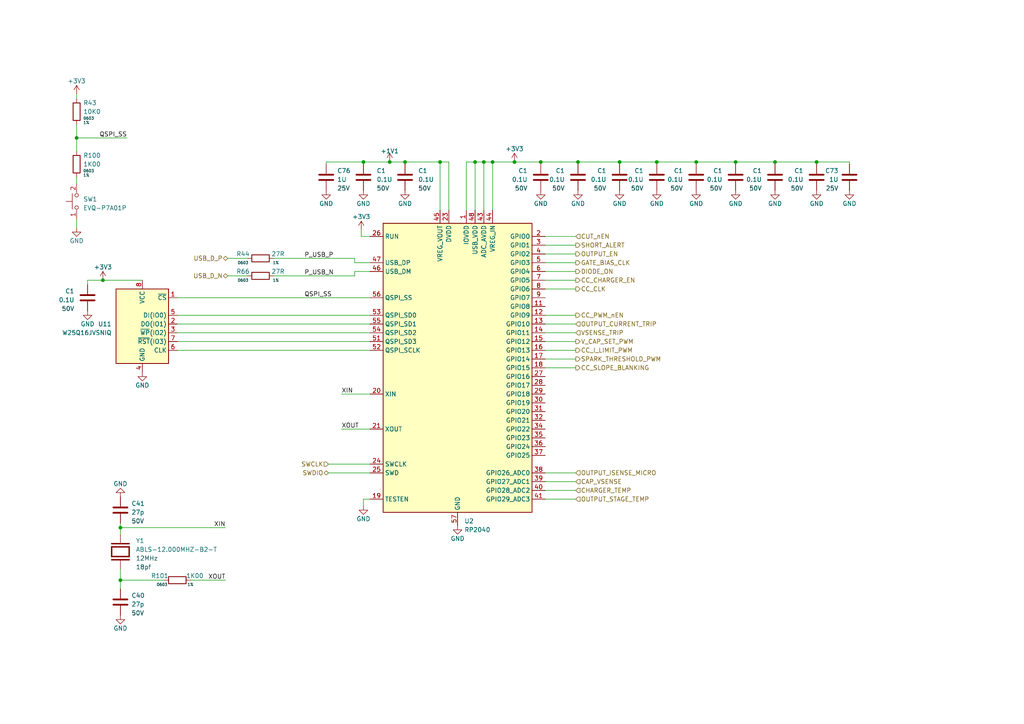
<source format=kicad_sch>
(kicad_sch (version 20230121) (generator eeschema)
  (paper "A4")
  (title_block (title "MICROCONTROLLER") (company "Rack Robotics, Inc.") (comment 1 "Engineering by DragonFly Power Systems") (comment 2 "Design by Rack Robotics, Inc."))
  (lib_symbols
    (symbol "0603_CAP:0.1U_50V"
      (property "Reference" "C" (at 3.175 1.905 0))
      (property "Value" "0.1U" (at 3.175 0 0))
      (property "Volage Rating" "50V" (at 3.175 -1.905 0))
      (symbol "0.1U_50V_0_1"
        (polyline (pts (xy -2.032 -0.762) (xy 2.032 -0.762)) (stroke (width 0.508)))
        (polyline (pts (xy -2.032 0.762) (xy 2.032 0.762)) (stroke (width 0.508)))
      )
      (symbol "0.1U_50V_1_1"
        (pin passive line (at 0 3.81 270) (length 2.794) (name "~") (number "1"))
        (pin passive line (at 0 -3.81 90) (length 2.794) (name "~") (number "2"))
      )
    )
    (symbol "0603_CAP:1U_25V"
      (property "Reference" "C" (at 3.175 1.905 0))
      (property "Value" "1U" (at 3.175 0 0))
      (property "Volage Rating" "25V" (at 3.175 -1.905 0))
      (symbol "1U_25V_0_1"
        (polyline (pts (xy -2.032 -0.762) (xy 2.032 -0.762)) (stroke (width 0.508)))
        (polyline (pts (xy -2.032 0.762) (xy 2.032 0.762)) (stroke (width 0.508)))
      )
      (symbol "1U_25V_1_1"
        (pin passive line (at 0 3.81 270) (length 2.794) (name "~") (number "1"))
        (pin passive line (at 0 -3.81 90) (length 2.794) (name "~") (number "2"))
      )
    )
    (symbol "0603_CAP:27P_50V"
      (property "Reference" "C" (at 3.175 1.905 0))
      (property "Value" "27p" (at 3.175 0 0))
      (property "Volage Rating" "50V" (at 3.175 -1.905 0))
      (symbol "27P_50V_0_1"
        (polyline (pts (xy -2.032 -0.762) (xy 2.032 -0.762)) (stroke (width 0.508)))
        (polyline (pts (xy -2.032 0.762) (xy 2.032 0.762)) (stroke (width 0.508)))
      )
      (symbol "27P_50V_1_1"
        (pin passive line (at 0 3.81 270) (length 2.794) (name "~") (number "1"))
        (pin passive line (at 0 -3.81 90) (length 2.794) (name "~") (number "2"))
      )
    )
    (symbol "0603_RES:10K0"
      (property "Reference" "R" (at 1.27 2.54 0))
      (property "Value" "10K0" (at 1.27 0.635 0))
      (property "Package Size" "0603" (at 1.27 -1.27 0))
      (property "Tolerance" "1%" (at 1.27 -2.54 0))
      (symbol "10K0_0_1"
        (rectangle (start -1.016 2.54) (end 1.016 -2.54) (stroke (width 0.254)))
      )
      (symbol "10K0_1_1"
        (pin passive line (at 0 3.81 270) (length 1.27) (name "~") (number "1"))
        (pin passive line (at 0 -3.81 90) (length 1.27) (name "~") (number "2"))
      )
    )
    (symbol "0603_RES:1K00"
      (property "Reference" "R" (at 1.27 2.54 0))
      (property "Value" "1K00" (at 1.27 0.635 0))
      (property "Package Size" "0603" (at 1.27 -1.27 0))
      (property "Tolerance" "1%" (at 1.27 -2.54 0))
      (symbol "1K00_0_1"
        (rectangle (start -1.016 2.54) (end 1.016 -2.54) (stroke (width 0.254)))
      )
      (symbol "1K00_1_1"
        (pin passive line (at 0 3.81 270) (length 1.27) (name "~") (number "1"))
        (pin passive line (at 0 -3.81 90) (length 1.27) (name "~") (number "2"))
      )
    )
    (symbol "0603_RES:27R"
      (property "Reference" "R" (at 1.27 2.54 0))
      (property "Value" "27R" (at 1.27 0.635 0))
      (property "Package Size" "0603" (at 1.27 -1.27 0))
      (property "Tolerance" "1%" (at 1.27 -2.54 0))
      (symbol "27R_0_1"
        (rectangle (start -1.016 2.54) (end 1.016 -2.54) (stroke (width 0.254)))
      )
      (symbol "27R_1_1"
        (pin passive line (at 0 3.81 270) (length 1.27) (name "~") (number "1"))
        (pin passive line (at 0 -3.81 90) (length 1.27) (name "~") (number "2"))
      )
    )
    (symbol "CRYSTALS:ABLS-12.000MHZ-B2-T" (pin_numbers hide) (pin_names (offset 1.016) hide)
      (property "Reference" "Y" (at -5.08 3.81 0))
      (property "Value" "ABLS-12.000MHZ-B2-T" (at -5.1054 -5.1054 0))
      (property "Frequency" "12MHz" (at 0 0 0))
      (property "Load Capacitance" "18pf" (at 0 0 0))
      (symbol "ABLS-12.000MHZ-B2-T_0_0"
        (polyline (pts (xy -2.3368 2.54) (xy -2.3368 -2.54)) (stroke (width 0.4064)))
        (polyline (pts (xy -1.397 2.54) (xy -1.397 -2.54)) (stroke (width 0.4064)))
        (polyline (pts (xy -1.397 2.54) (xy 1.397 2.54)) (stroke (width 0.4064)))
        (polyline (pts (xy 1.397 -2.54) (xy -1.397 -2.54)) (stroke (width 0.4064)))
        (polyline (pts (xy 1.397 2.54) (xy 1.397 -2.54)) (stroke (width 0.4064)))
        (polyline (pts (xy 2.3368 2.54) (xy 2.3368 -2.54)) (stroke (width 0.4064)))
        (pin passive line (at -5.08 0 0) (length 2.54) (name "~") (number "1"))
        (pin passive line (at 5.08 0 180) (length 2.54) (name "~") (number "2"))
      )
    )
    (symbol "MCU_RaspberryPi:RP2040"
      (property "Reference" "U" (at 17.78 45.72 0))
      (property "Value" "RP2040" (at 17.78 43.18 0))
      (symbol "RP2040_0_1"
        (rectangle (start -21.59 41.91) (end 21.59 -41.91) (stroke (width 0.254)) (fill (type background)))
      )
      (symbol "RP2040_1_1"
        (pin power_in line (at 2.54 45.72 270) (length 3.81) (name "IOVDD") (number "1"))
        (pin passive line (at 2.54 45.72 270) (length 3.81) hide (name "IOVDD") (number "10"))
        (pin bidirectional line (at 25.4 17.78 180) (length 3.81) (name "GPIO8") (number "11"))
        (pin bidirectional line (at 25.4 15.24 180) (length 3.81) (name "GPIO9") (number "12"))
        (pin bidirectional line (at 25.4 12.7 180) (length 3.81) (name "GPIO10") (number "13"))
        (pin bidirectional line (at 25.4 10.16 180) (length 3.81) (name "GPIO11") (number "14"))
        (pin bidirectional line (at 25.4 7.62 180) (length 3.81) (name "GPIO12") (number "15"))
        (pin bidirectional line (at 25.4 5.08 180) (length 3.81) (name "GPIO13") (number "16"))
        (pin bidirectional line (at 25.4 2.54 180) (length 3.81) (name "GPIO14") (number "17"))
        (pin bidirectional line (at 25.4 0 180) (length 3.81) (name "GPIO15") (number "18"))
        (pin input line (at -25.4 -38.1 0) (length 3.81) (name "TESTEN") (number "19"))
        (pin bidirectional line (at 25.4 38.1 180) (length 3.81) (name "GPIO0") (number "2"))
        (pin input line (at -25.4 -7.62 0) (length 3.81) (name "XIN") (number "20"))
        (pin passive line (at -25.4 -17.78 0) (length 3.81) (name "XOUT") (number "21"))
        (pin passive line (at 2.54 45.72 270) (length 3.81) hide (name "IOVDD") (number "22"))
        (pin power_in line (at -2.54 45.72 270) (length 3.81) (name "DVDD") (number "23"))
        (pin input line (at -25.4 -27.94 0) (length 3.81) (name "SWCLK") (number "24"))
        (pin bidirectional line (at -25.4 -30.48 0) (length 3.81) (name "SWD") (number "25"))
        (pin input line (at -25.4 38.1 0) (length 3.81) (name "RUN") (number "26"))
        (pin bidirectional line (at 25.4 -2.54 180) (length 3.81) (name "GPIO16") (number "27"))
        (pin bidirectional line (at 25.4 -5.08 180) (length 3.81) (name "GPIO17") (number "28"))
        (pin bidirectional line (at 25.4 -7.62 180) (length 3.81) (name "GPIO18") (number "29"))
        (pin bidirectional line (at 25.4 35.56 180) (length 3.81) (name "GPIO1") (number "3"))
        (pin bidirectional line (at 25.4 -10.16 180) (length 3.81) (name "GPIO19") (number "30"))
        (pin bidirectional line (at 25.4 -12.7 180) (length 3.81) (name "GPIO20") (number "31"))
        (pin bidirectional line (at 25.4 -15.24 180) (length 3.81) (name "GPIO21") (number "32"))
        (pin passive line (at 2.54 45.72 270) (length 3.81) hide (name "IOVDD") (number "33"))
        (pin bidirectional line (at 25.4 -17.78 180) (length 3.81) (name "GPIO22") (number "34"))
        (pin bidirectional line (at 25.4 -20.32 180) (length 3.81) (name "GPIO23") (number "35"))
        (pin bidirectional line (at 25.4 -22.86 180) (length 3.81) (name "GPIO24") (number "36"))
        (pin bidirectional line (at 25.4 -25.4 180) (length 3.81) (name "GPIO25") (number "37"))
        (pin bidirectional line (at 25.4 -30.48 180) (length 3.81) (name "GPIO26_ADC0") (number "38"))
        (pin bidirectional line (at 25.4 -33.02 180) (length 3.81) (name "GPIO27_ADC1") (number "39"))
        (pin bidirectional line (at 25.4 33.02 180) (length 3.81) (name "GPIO2") (number "4"))
        (pin bidirectional line (at 25.4 -35.56 180) (length 3.81) (name "GPIO28_ADC2") (number "40"))
        (pin bidirectional line (at 25.4 -38.1 180) (length 3.81) (name "GPIO29_ADC3") (number "41"))
        (pin passive line (at 2.54 45.72 270) (length 3.81) hide (name "IOVDD") (number "42"))
        (pin power_in line (at 7.62 45.72 270) (length 3.81) (name "ADC_AVDD") (number "43"))
        (pin power_in line (at 10.16 45.72 270) (length 3.81) (name "VREG_IN") (number "44"))
        (pin power_out line (at -5.08 45.72 270) (length 3.81) (name "VREG_VOUT") (number "45"))
        (pin bidirectional line (at -25.4 27.94 0) (length 3.81) (name "USB_DM") (number "46"))
        (pin bidirectional line (at -25.4 30.48 0) (length 3.81) (name "USB_DP") (number "47"))
        (pin power_in line (at 5.08 45.72 270) (length 3.81) (name "USB_VDD") (number "48"))
        (pin passive line (at 2.54 45.72 270) (length 3.81) hide (name "IOVDD") (number "49"))
        (pin bidirectional line (at 25.4 30.48 180) (length 3.81) (name "GPIO3") (number "5"))
        (pin passive line (at -2.54 45.72 270) (length 3.81) hide (name "DVDD") (number "50"))
        (pin bidirectional line (at -25.4 7.62 0) (length 3.81) (name "QSPI_SD3") (number "51"))
        (pin output line (at -25.4 5.08 0) (length 3.81) (name "QSPI_SCLK") (number "52"))
        (pin bidirectional line (at -25.4 15.24 0) (length 3.81) (name "QSPI_SD0") (number "53"))
        (pin bidirectional line (at -25.4 10.16 0) (length 3.81) (name "QSPI_SD2") (number "54"))
        (pin bidirectional line (at -25.4 12.7 0) (length 3.81) (name "QSPI_SD1") (number "55"))
        (pin bidirectional line (at -25.4 20.32 0) (length 3.81) (name "QSPI_SS") (number "56"))
        (pin power_in line (at 0 -45.72 90) (length 3.81) (name "GND") (number "57"))
        (pin bidirectional line (at 25.4 27.94 180) (length 3.81) (name "GPIO4") (number "6"))
        (pin bidirectional line (at 25.4 25.4 180) (length 3.81) (name "GPIO5") (number "7"))
        (pin bidirectional line (at 25.4 22.86 180) (length 3.81) (name "GPIO6") (number "8"))
        (pin bidirectional line (at 25.4 20.32 180) (length 3.81) (name "GPIO7") (number "9"))
      )
    )
    (symbol "MEMORY:W25Q16JVSNIQ"
      (property "Reference" "U" (at 0.635 1.27 0))
      (property "Value" "W25Q16JVSNIQ" (at 15.875 -22.86 0))
      (symbol "W25Q16JVSNIQ_0_1"
        (rectangle (start 0 0) (end 15.24 -21.59) (stroke (width 0.254)) (fill (type background)))
      )
      (symbol "W25Q16JVSNIQ_1_1"
        (pin input line (at 17.78 -2.54 180) (length 2.54) (name "~{CS}") (number "1"))
        (pin bidirectional line (at 17.78 -10.16 180) (length 2.54) (name "DO(IO1)") (number "2"))
        (pin bidirectional line (at 17.78 -12.7 180) (length 2.54) (name "~{WP}(IO2)") (number "3"))
        (pin power_in line (at 7.62 -24.13 90) (length 2.54) (name "GND") (number "4"))
        (pin bidirectional line (at 17.78 -7.62 180) (length 2.54) (name "DI(IO0)") (number "5"))
        (pin input line (at 17.78 -17.78 180) (length 2.54) (name "CLK") (number "6"))
        (pin bidirectional line (at 17.78 -15.24 180) (length 2.54) (name "~{RST}(IO3)") (number "7"))
        (pin power_in line (at 7.62 2.54 270) (length 2.54) (name "VCC") (number "8"))
      )
    )
    (symbol "SWITCHES:EVQ-P7A01P" (pin_names hide)
      (property "Reference" "SW" (at 0 5.08 0))
      (property "Value" "EVQ-P7A01P" (at 0 -3.175 0))
      (symbol "EVQ-P7A01P_0_1"
        (circle (center -1.778 1.27) (radius 0.508))
        (polyline (pts (xy -2.286 2.54) (xy 2.286 2.54)))
        (polyline (pts (xy 0 2.54) (xy 0 4.318)))
        (circle (center 1.778 1.27) (radius 0.508))
        (pin passive line (at -5.08 1.27 0) (length 2.54) (name "1") (number "1"))
      )
      (symbol "EVQ-P7A01P_1_1"
        (pin passive line (at 5.08 1.27 180) (length 2.54) (name "2") (number "2"))
      )
    )
    (symbol "power:+1V1" (power) (pin_names (offset 0))
      (property "Value" "+1V1" (at 0 3.556 0))
      (symbol "+1V1_0_1"
        (polyline (pts (xy -0.762 1.27) (xy 0 2.54)))
        (polyline (pts (xy 0 0) (xy 0 2.54)))
        (polyline (pts (xy 0 2.54) (xy 0.762 1.27)))
      )
      (symbol "+1V1_1_1"
        (pin power_in line (at 0 0 90) (length 0) hide (name "+1V1") (number "1"))
      )
    )
    (symbol "power:+3V3" (power) (pin_names (offset 0))
      (property "Value" "+3V3" (at 0 3.556 0))
      (symbol "+3V3_0_1"
        (polyline (pts (xy -0.762 1.27) (xy 0 2.54)))
        (polyline (pts (xy 0 0) (xy 0 2.54)))
        (polyline (pts (xy 0 2.54) (xy 0.762 1.27)))
      )
      (symbol "+3V3_1_1"
        (pin power_in line (at 0 0 90) (length 0) hide (name "+3V3") (number "1"))
      )
    )
    (symbol "power:GND" (power) (pin_names (offset 0))
      (property "Value" "GND" (at 0 -3.81 0))
      (symbol "GND_0_1"
        (polyline (pts (xy 0 0) (xy 0 -1.27) (xy 1.27 -1.27) (xy 0 -2.54) (xy -1.27 -1.27) (xy 0 -1.27)))
      )
      (symbol "GND_1_1"
        (pin power_in line (at 0 0 270) (length 0) hide (name "GND") (number "1"))
      )
    )
  )
  (junction (at 34.925 153.035))
  (junction (at 142.875 46.99))
  (junction (at 127.635 46.99))
  (junction (at 167.64 46.99))
  (junction (at 113.03 46.99))
  (junction (at 156.845 46.99))
  (junction (at 236.855 46.99))
  (junction (at 179.705 46.99))
  (junction (at 105.41 46.99))
  (junction (at 137.795 46.99))
  (junction (at 201.93 46.99))
  (junction (at 213.36 46.99))
  (junction (at 29.845 81.28))
  (junction (at 149.225 46.99))
  (junction (at 140.335 46.99))
  (junction (at 117.475 46.99))
  (junction (at 34.925 168.275))
  (junction (at 190.5 46.99))
  (junction (at 22.225 40.005))
  (junction (at 224.79 46.99))
  (wire (pts (xy 158.115 144.78) (xy 167.005 144.78)))
  (wire (pts (xy 201.93 47.625) (xy 201.93 46.99)))
  (wire (pts (xy 236.855 46.99) (xy 236.855 47.625)))
  (wire (pts (xy 55.245 168.275) (xy 65.405 168.275)))
  (wire (pts (xy 167.005 139.7) (xy 158.115 139.7)))
  (wire (pts (xy 102.87 80.01) (xy 102.87 78.74)))
  (wire (pts (xy 22.225 36.195) (xy 22.225 40.005)))
  (wire (pts (xy 130.175 46.99) (xy 127.635 46.99)))
  (wire (pts (xy 135.255 60.96) (xy 135.255 46.99)))
  (wire (pts (xy 105.41 146.685) (xy 105.41 144.78)))
  (wire (pts (xy 156.845 46.99) (xy 167.64 46.99)))
  (wire (pts (xy 167.005 78.74) (xy 158.115 78.74)))
  (wire (pts (xy 158.115 81.28) (xy 167.005 81.28)))
  (wire (pts (xy 179.705 47.625) (xy 179.705 46.99)))
  (wire (pts (xy 99.06 114.3) (xy 107.315 114.3)))
  (wire (pts (xy 213.36 47.625) (xy 213.36 46.99)))
  (wire (pts (xy 142.875 46.99) (xy 149.225 46.99)))
  (wire (pts (xy 158.115 83.82) (xy 167.005 83.82)))
  (wire (pts (xy 66.04 80.01) (xy 71.755 80.01)))
  (wire (pts (xy 137.795 46.99) (xy 137.795 60.96)))
  (wire (pts (xy 158.115 68.58) (xy 167.005 68.58)))
  (wire (pts (xy 99.06 124.46) (xy 107.315 124.46)))
  (wire (pts (xy 102.87 74.93) (xy 102.87 76.2)))
  (wire (pts (xy 94.615 47.625) (xy 94.615 46.99)))
  (wire (pts (xy 51.435 93.98) (xy 107.315 93.98)))
  (wire (pts (xy 224.79 47.625) (xy 224.79 46.99)))
  (wire (pts (xy 51.435 101.6) (xy 107.315 101.6)))
  (wire (pts (xy 140.335 46.99) (xy 142.875 46.99)))
  (wire (pts (xy 34.925 151.765) (xy 34.925 153.035)))
  (wire (pts (xy 167.005 73.66) (xy 158.115 73.66)))
  (wire (pts (xy 79.375 80.01) (xy 102.87 80.01)))
  (wire (pts (xy 105.41 144.78) (xy 107.315 144.78)))
  (wire (pts (xy 102.87 76.2) (xy 107.315 76.2)))
  (wire (pts (xy 158.115 104.14) (xy 167.005 104.14)))
  (wire (pts (xy 149.225 46.99) (xy 156.845 46.99)))
  (wire (pts (xy 167.005 99.06) (xy 158.115 99.06)))
  (wire (pts (xy 29.845 81.28) (xy 41.275 81.28)))
  (wire (pts (xy 25.4 81.28) (xy 29.845 81.28)))
  (wire (pts (xy 246.38 47.625) (xy 246.38 46.99)))
  (wire (pts (xy 158.115 142.24) (xy 167.005 142.24)))
  (wire (pts (xy 158.115 71.12) (xy 167.005 71.12)))
  (wire (pts (xy 236.855 46.99) (xy 246.38 46.99)))
  (wire (pts (xy 167.64 46.99) (xy 179.705 46.99)))
  (wire (pts (xy 104.775 66.675) (xy 104.775 68.58)))
  (wire (pts (xy 34.925 168.275) (xy 34.925 170.815)))
  (wire (pts (xy 135.255 46.99) (xy 137.795 46.99)))
  (wire (pts (xy 105.41 46.99) (xy 105.41 47.625)))
  (wire (pts (xy 127.635 60.96) (xy 127.635 46.99)))
  (wire (pts (xy 201.93 46.99) (xy 213.36 46.99)))
  (wire (pts (xy 105.41 46.99) (xy 94.615 46.99)))
  (wire (pts (xy 190.5 47.625) (xy 190.5 46.99)))
  (wire (pts (xy 66.04 74.93) (xy 71.755 74.93)))
  (wire (pts (xy 51.435 86.36) (xy 107.315 86.36)))
  (wire (pts (xy 79.375 74.93) (xy 102.87 74.93)))
  (wire (pts (xy 102.87 78.74) (xy 107.315 78.74)))
  (wire (pts (xy 34.925 165.1) (xy 34.925 168.275)))
  (wire (pts (xy 167.005 106.68) (xy 158.115 106.68)))
  (wire (pts (xy 158.115 93.98) (xy 167.005 93.98)))
  (wire (pts (xy 34.925 153.035) (xy 65.405 153.035)))
  (wire (pts (xy 34.925 168.275) (xy 47.625 168.275)))
  (wire (pts (xy 104.775 68.58) (xy 107.315 68.58)))
  (wire (pts (xy 156.845 47.625) (xy 156.845 46.99)))
  (wire (pts (xy 51.435 96.52) (xy 107.315 96.52)))
  (wire (pts (xy 167.005 96.52) (xy 158.115 96.52)))
  (wire (pts (xy 34.925 153.035) (xy 34.925 154.94)))
  (wire (pts (xy 127.635 46.99) (xy 117.475 46.99)))
  (wire (pts (xy 22.225 40.005) (xy 36.83 40.005)))
  (wire (pts (xy 158.115 76.2) (xy 167.005 76.2)))
  (wire (pts (xy 22.225 27.305) (xy 22.225 28.575)))
  (wire (pts (xy 113.03 46.99) (xy 105.41 46.99)))
  (wire (pts (xy 179.705 46.99) (xy 190.5 46.99)))
  (wire (pts (xy 22.225 40.005) (xy 22.225 43.815)))
  (wire (pts (xy 158.115 101.6) (xy 167.005 101.6)))
  (wire (pts (xy 107.315 134.62) (xy 95.25 134.62)))
  (wire (pts (xy 213.36 46.99) (xy 224.79 46.99)))
  (wire (pts (xy 158.115 137.16) (xy 167.005 137.16)))
  (wire (pts (xy 107.315 137.16) (xy 95.25 137.16)))
  (wire (pts (xy 22.225 66.04) (xy 22.225 63.5)))
  (wire (pts (xy 51.435 91.44) (xy 107.315 91.44)))
  (wire (pts (xy 22.225 51.435) (xy 22.225 53.34)))
  (wire (pts (xy 51.435 99.06) (xy 107.315 99.06)))
  (wire (pts (xy 142.875 46.99) (xy 142.875 60.96)))
  (wire (pts (xy 140.335 46.99) (xy 140.335 60.96)))
  (wire (pts (xy 130.175 60.96) (xy 130.175 46.99)))
  (wire (pts (xy 224.79 46.99) (xy 236.855 46.99)))
  (wire (pts (xy 167.64 47.625) (xy 167.64 46.99)))
  (wire (pts (xy 25.4 81.28) (xy 25.4 82.55)))
  (wire (pts (xy 158.115 91.44) (xy 167.005 91.44)))
  (wire (pts (xy 190.5 46.99) (xy 201.93 46.99)))
  (wire (pts (xy 117.475 47.625) (xy 117.475 46.99)))
  (wire (pts (xy 137.795 46.99) (xy 140.335 46.99)))
  (wire (pts (xy 117.475 46.99) (xy 113.03 46.99)))
  (label "XOUT" (at 99.06 124.46 0))
  (label "P_USB_P" (at 88.265 74.93 0))
  (label "QSPI_SS" (at 88.265 86.36 0))
  (label "XIN" (at 65.405 153.035 180))
  (label "XIN" (at 99.06 114.3 0))
  (label "P_USB_N" (at 88.265 80.01 0))
  (label "QSPI_SS" (at 36.83 40.005 180))
  (label "XOUT" (at 65.405 168.275 180))
  (hierarchical_label "V_CAP_SET_PWM" (shape output) (at 167.005 99.06 0))
  (hierarchical_label "SWCLK" (shape input) (at 95.25 134.62 180))
  (hierarchical_label "OUTPUT_EN" (shape output) (at 167.005 73.66 0))
  (hierarchical_label "USB_D_N" (shape bidirectional) (at 66.04 80.01 180))
  (hierarchical_label "DIODE_ON" (shape output) (at 167.005 78.74 0))
  (hierarchical_label "CUT_nEN" (shape input) (at 167.005 68.58 0))
  (hierarchical_label "OUTPUT_ISENSE_MICRO" (shape input) (at 167.005 137.16 0))
  (hierarchical_label "SPARK_THRESHOLD_PWM" (shape output) (at 167.005 104.14 0))
  (hierarchical_label "CC_SLOPE_BLANKING" (shape output) (at 167.005 106.68 0))
  (hierarchical_label "CC_CHARGER_EN" (shape output) (at 167.005 81.28 0))
  (hierarchical_label "CC_PWM_nEN" (shape output) (at 167.005 91.44 0))
  (hierarchical_label "GATE_BIAS_CLK" (shape output) (at 167.005 76.2 0))
  (hierarchical_label "OUTPUT_CURRENT_TRIP" (shape input) (at 167.005 93.98 0))
  (hierarchical_label "CAP_VSENSE" (shape input) (at 167.005 139.7 0))
  (hierarchical_label "CC_I_LIMIT_PWM" (shape output) (at 167.005 101.6 0))
  (hierarchical_label "SWDIO" (shape bidirectional) (at 95.25 137.16 180))
  (hierarchical_label "VSENSE_TRIP" (shape input) (at 167.005 96.52 0))
  (hierarchical_label "SHORT_ALERT" (shape output) (at 167.005 71.12 0))
  (hierarchical_label "OUTPUT_STAGE_TEMP" (shape input) (at 167.005 144.78 0))
  (hierarchical_label "CHARGER_TEMP" (shape input) (at 167.005 142.24 0))
  (hierarchical_label "CC_CLK" (shape output) (at 167.005 83.82 0))
  (hierarchical_label "USB_D_P" (shape bidirectional) (at 66.04 74.93 180))
  (symbol (lib_id "SWITCHES:EVQ-P7A01P") (at 23.495 58.42 90) (unit 1)
    (property "Reference" "SW1" (at 24.13 57.785 90) (effects (justify right)))
    (property "Value" "EVQ-P7A01P" (at 24.13 60.325 90) (effects (justify right)))
    (property "Footprint" "SWITCHES:SW_SPST_EVQP7A" (effects hide))
    (property "Datasheet" "https://api.pim.na.industrial.panasonic.com/file_stream/main/fileversion/245500" (effects hide))
    (property "Part Number" "EVQ-P7A01P" (effects hide))
    (property "Manufacturer" "Panasonic" (effects hide))
  )
  (symbol (lib_id "0603_CAP:0.1U_50V") (at 156.845 51.435 0) (mirror y) (unit 1)
    (property "Reference" "C1" (at 153.035 49.53 0) (effects (justify left)))
    (property "Value" "0.1U" (at 153.035 52.07 0) (effects (justify left)))
    (property "Footprint" "Capacitor_SMD:C_0603_1608Metric" (effects hide))
    (property "Datasheet" "https://media.digikey.com/pdf/Data%20Sheets/Samsung%20PDFs/CL10B104KB8NNWC_Spec.pdf" (effects hide))
    (property "Volage Rating" "50V" (at 153.035 54.61 0) (effects (justify left)))
    (property "Part Number" "CL10B104KB8NNWC" (effects hide))
    (property "Manufacturer" "Samsung" (effects hide))
    (instances (project "POWERCORE-V2.0_MOTHERBOARD" (path "" (reference "C1") (unit 1)) (path "" (reference "C66") (unit 1))))
  )
  (symbol (lib_id "power:GND") (at 156.845 55.245 0) (mirror y) (unit 1)
    (property "Reference" "#PWR02" (effects hide))
    (property "Value" "GND" (at 156.845 59.055 0))
    (instances (project "POWERCORE-V2.0_MOTHERBOARD" (path "" (reference "#PWR02") (unit 1)) (path "" (reference "#PWR052") (unit 1))))
  )
  (symbol (lib_id "power:+3V3") (at 29.845 81.28 0) (mirror y) (unit 1)
    (property "Reference" "#PWR01" (effects hide))
    (property "Value" "+3V3" (at 29.845 77.47 0))
    (instances (project "POWERCORE-V2.0_MOTHERBOARD" (path "" (reference "#PWR01") (unit 1)) (path "" (reference "#PWR021") (unit 1))))
  )
  (symbol (lib_id "power:GND") (at 34.925 144.145 180) (unit 1)
    (property "Reference" "#PWR01" (effects hide))
    (property "Value" "GND" (at 34.925 140.335 0))
    (instances (project "POWERCORE-V2.0_MOTHERBOARD" (path "" (reference "#PWR01") (unit 1)) (path "" (reference "#PWR031") (unit 1)) (path "" (reference "#PWR051") (unit 1)) (path "" (reference "#PWR0111") (unit 1))))
  )
  (symbol (lib_id "0603_CAP:0.1U_50V") (at 213.36 51.435 0) (mirror y) (unit 1)
    (property "Reference" "C1" (at 209.55 49.53 0) (effects (justify left)))
    (property "Value" "0.1U" (at 209.55 52.07 0) (effects (justify left)))
    (property "Footprint" "Capacitor_SMD:C_0603_1608Metric" (effects hide))
    (property "Datasheet" "https://media.digikey.com/pdf/Data%20Sheets/Samsung%20PDFs/CL10B104KB8NNWC_Spec.pdf" (effects hide))
    (property "Volage Rating" "50V" (at 209.55 54.61 0) (effects (justify left)))
    (property "Part Number" "CL10B104KB8NNWC" (effects hide))
    (property "Manufacturer" "Samsung" (effects hide))
    (instances (project "POWERCORE-V2.0_MOTHERBOARD" (path "" (reference "C1") (unit 1)) (path "" (reference "C71") (unit 1))))
  )
  (symbol (lib_id "power:GND") (at 224.79 55.245 0) (mirror y) (unit 1)
    (property "Reference" "#PWR02" (effects hide))
    (property "Value" "GND" (at 224.79 59.055 0))
    (instances (project "POWERCORE-V2.0_MOTHERBOARD" (path "" (reference "#PWR02") (unit 1)) (path "" (reference "#PWR0124") (unit 1))))
  )
  (symbol (lib_id "0603_RES:27R") (at 75.565 80.01 90) (unit 1)
    (property "Reference" "R66" (at 70.485 78.74 90))
    (property "Value" "27R" (at 80.645 78.74 90))
    (property "Footprint" "Resistor_SMD:R_0603_1608Metric" (effects hide))
    (property "Datasheet" "https://www.seielect.com/Catalog/SEI-RMCF_RMCP.pdf" (effects hide))
    (property "Package Size" "0603" (at 70.485 81.28 90) (effects (font (size 0.8 0.8))))
    (property "Tolerance" "1%" (at 80.01 81.28 90) (effects (font (size 0.8 0.8))))
    (property "Part Number" "RMCF0603FT27R0" (effects hide))
    (property "Manufacturer" "Stackpole" (effects hide))
  )
  (symbol (lib_id "power:GND") (at 246.38 55.245 0) (mirror y) (unit 1)
    (property "Reference" "#PWR02" (effects hide))
    (property "Value" "GND" (at 246.38 59.055 0))
    (instances (project "POWERCORE-V2.0_MOTHERBOARD" (path "" (reference "#PWR02") (unit 1)) (path "" (reference "#PWR0102") (unit 1))))
  )
  (symbol (lib_id "power:+3V3") (at 149.225 46.99 0) (unit 1)
    (property "Reference" "#PWR0107" (effects hide))
    (property "Value" "+3V3" (at 149.225 43.18 0))
  )
  (symbol (lib_id "power:GND") (at 201.93 55.245 0) (mirror y) (unit 1)
    (property "Reference" "#PWR02" (effects hide))
    (property "Value" "GND" (at 201.93 59.055 0))
    (instances (project "POWERCORE-V2.0_MOTHERBOARD" (path "" (reference "#PWR02") (unit 1)) (path "" (reference "#PWR099") (unit 1))))
  )
  (symbol (lib_id "power:GND") (at 34.925 178.435 0) (unit 1)
    (property "Reference" "#PWR01" (effects hide))
    (property "Value" "GND" (at 34.925 182.245 0))
    (instances (project "POWERCORE-V2.0_MOTHERBOARD" (path "" (reference "#PWR01") (unit 1)) (path "" (reference "#PWR031") (unit 1)) (path "" (reference "#PWR051") (unit 1)) (path "" (reference "#PWR0110") (unit 1))))
  )
  (symbol (lib_id "0603_CAP:0.1U_50V") (at 25.4 86.36 0) (mirror y) (unit 1)
    (property "Reference" "C1" (at 21.59 84.455 0) (effects (justify left)))
    (property "Value" "0.1U" (at 21.59 86.995 0) (effects (justify left)))
    (property "Footprint" "Capacitor_SMD:C_0603_1608Metric" (effects hide))
    (property "Datasheet" "https://media.digikey.com/pdf/Data%20Sheets/Samsung%20PDFs/CL10B104KB8NNWC_Spec.pdf" (effects hide))
    (property "Volage Rating" "50V" (at 21.59 89.535 0) (effects (justify left)))
    (property "Part Number" "CL10B104KB8NNWC" (effects hide))
    (property "Manufacturer" "Samsung" (effects hide))
    (instances (project "POWERCORE-V2.0_MOTHERBOARD" (path "" (reference "C1") (unit 1)) (path "" (reference "C7") (unit 1))))
  )
  (symbol (lib_id "power:+3V3") (at 22.225 27.305 0) (mirror y) (unit 1)
    (property "Reference" "#PWR01" (effects hide))
    (property "Value" "+3V3" (at 22.225 23.495 0))
    (instances (project "POWERCORE-V2.0_MOTHERBOARD" (path "" (reference "#PWR01") (unit 1)) (path "" (reference "#PWR053") (unit 1))))
  )
  (symbol (lib_id "power:GND") (at 117.475 55.245 0) (unit 1)
    (property "Reference" "#PWR02" (effects hide))
    (property "Value" "GND" (at 117.475 59.055 0))
    (instances (project "POWERCORE-V2.0_MOTHERBOARD" (path "" (reference "#PWR02") (unit 1)) (path "" (reference "#PWR0103") (unit 1))))
  )
  (symbol (lib_id "0603_CAP:0.1U_50V") (at 224.79 51.435 0) (mirror y) (unit 1)
    (property "Reference" "C1" (at 220.98 49.53 0) (effects (justify left)))
    (property "Value" "0.1U" (at 220.98 52.07 0) (effects (justify left)))
    (property "Footprint" "Capacitor_SMD:C_0603_1608Metric" (effects hide))
    (property "Datasheet" "https://media.digikey.com/pdf/Data%20Sheets/Samsung%20PDFs/CL10B104KB8NNWC_Spec.pdf" (effects hide))
    (property "Volage Rating" "50V" (at 220.98 54.61 0) (effects (justify left)))
    (property "Part Number" "CL10B104KB8NNWC" (effects hide))
    (property "Manufacturer" "Samsung" (effects hide))
    (instances (project "POWERCORE-V2.0_MOTHERBOARD" (path "" (reference "C1") (unit 1)) (path "" (reference "C77") (unit 1))))
  )
  (symbol (lib_id "power:GND") (at 94.615 55.245 0) (unit 1)
    (property "Reference" "#PWR02" (effects hide))
    (property "Value" "GND" (at 94.615 59.055 0))
    (instances (project "POWERCORE-V2.0_MOTHERBOARD" (path "" (reference "#PWR02") (unit 1)) (path "" (reference "#PWR0106") (unit 1))))
  )
  (symbol (lib_id "0603_CAP:0.1U_50V") (at 201.93 51.435 0) (mirror y) (unit 1)
    (property "Reference" "C1" (at 198.12 49.53 0) (effects (justify left)))
    (property "Value" "0.1U" (at 198.12 52.07 0) (effects (justify left)))
    (property "Footprint" "Capacitor_SMD:C_0603_1608Metric" (effects hide))
    (property "Datasheet" "https://media.digikey.com/pdf/Data%20Sheets/Samsung%20PDFs/CL10B104KB8NNWC_Spec.pdf" (effects hide))
    (property "Volage Rating" "50V" (at 198.12 54.61 0) (effects (justify left)))
    (property "Part Number" "CL10B104KB8NNWC" (effects hide))
    (property "Manufacturer" "Samsung" (effects hide))
    (instances (project "POWERCORE-V2.0_MOTHERBOARD" (path "" (reference "C1") (unit 1)) (path "" (reference "C70") (unit 1))))
  )
  (symbol (lib_id "0603_RES:1K00") (at 51.435 168.275 90) (unit 1)
    (property "Reference" "R101" (at 46.355 167.005 90))
    (property "Value" "1K00" (at 56.515 167.005 90))
    (property "Footprint" "Resistor_SMD:R_0603_1608Metric" (effects hide))
    (property "Datasheet" "https://www.seielect.com/Catalog/SEI-RMCF_RMCP.pdf" (effects hide))
    (property "Package Size" "0603" (at 46.99 169.545 90) (effects (font (size 0.8 0.8))))
    (property "Tolerance" "1%" (at 55.245 169.545 90) (effects (font (size 0.8 0.8))))
    (property "Part Number" "RMCF0603FT1K00" (effects hide))
    (property "Manufacturer" "Stackpole" (effects hide))
  )
  (symbol (lib_id "power:GND") (at 41.275 107.95 0) (mirror y) (unit 1)
    (property "Reference" "#PWR01" (effects hide))
    (property "Value" "GND" (at 41.275 111.76 0))
    (instances (project "POWERCORE-V2.0_MOTHERBOARD" (path "" (reference "#PWR01") (unit 1)) (path "" (reference "#PWR031") (unit 1)) (path "" (reference "#PWR051") (unit 1)) (path "" (reference "#PWR018") (unit 1))))
  )
  (symbol (lib_id "0603_CAP:0.1U_50V") (at 236.855 51.435 0) (mirror y) (unit 1)
    (property "Reference" "C1" (at 233.045 49.53 0) (effects (justify left)))
    (property "Value" "0.1U" (at 233.045 52.07 0) (effects (justify left)))
    (property "Footprint" "Capacitor_SMD:C_0603_1608Metric" (effects hide))
    (property "Datasheet" "https://media.digikey.com/pdf/Data%20Sheets/Samsung%20PDFs/CL10B104KB8NNWC_Spec.pdf" (effects hide))
    (property "Volage Rating" "50V" (at 233.045 54.61 0) (effects (justify left)))
    (property "Part Number" "CL10B104KB8NNWC" (effects hide))
    (property "Manufacturer" "Samsung" (effects hide))
    (instances (project "POWERCORE-V2.0_MOTHERBOARD" (path "" (reference "C1") (unit 1)) (path "" (reference "C78") (unit 1))))
  )
  (symbol (lib_id "MCU_RaspberryPi:RP2040") (at 132.715 106.68 0) (unit 1)
    (property "Reference" "U2" (at 134.6709 151.13 0) (effects (justify left)))
    (property "Value" "RP2040" (at 134.6709 153.67 0) (effects (justify left)))
    (property "Footprint" "Package_DFN_QFN:QFN-56-1EP_7x7mm_P0.4mm_EP3.2x3.2mm" (effects hide))
    (property "Datasheet" "https://datasheets.raspberrypi.com/rp2040/rp2040-datasheet.pdf" (effects hide))
  )
  (symbol (lib_id "power:+1V1") (at 113.03 46.99 0) (unit 1)
    (property "Reference" "#PWR0109" (effects hide))
    (property "Value" "+1V1" (at 113.03 43.815 0))
  )
  (symbol (lib_id "MEMORY:W25Q16JVSNIQ") (at 33.655 83.82 0) (unit 1)
    (property "Reference" "U11" (at 32.385 93.98 0) (effects (justify right)))
    (property "Value" "W25Q16JVSNIQ" (at 32.385 96.52 0) (effects (justify right)))
    (property "Footprint" "Package_SO:SOIC-8_3.9x4.9mm_P1.27mm" (effects hide))
    (property "Datasheet" "https://www.winbond.com/resource-files/w25q16jv%20spi%20revg%2003222018%20plus.pdf" (effects hide))
    (property "Manufacturer" "Winbond Electronics" (effects hide))
    (property "Part Number" "W25Q16JVSNIQ" (effects hide))
  )
  (symbol (lib_id "0603_CAP:0.1U_50V") (at 105.41 51.435 0) (unit 1)
    (property "Reference" "C1" (at 109.22 49.53 0) (effects (justify left)))
    (property "Value" "0.1U" (at 109.22 52.07 0) (effects (justify left)))
    (property "Footprint" "Capacitor_SMD:C_0603_1608Metric" (effects hide))
    (property "Datasheet" "https://media.digikey.com/pdf/Data%20Sheets/Samsung%20PDFs/CL10B104KB8NNWC_Spec.pdf" (effects hide))
    (property "Volage Rating" "50V" (at 109.22 54.61 0) (effects (justify left)))
    (property "Part Number" "CL10B104KB8NNWC" (effects hide))
    (property "Manufacturer" "Samsung" (effects hide))
    (instances (project "POWERCORE-V2.0_MOTHERBOARD" (path "" (reference "C1") (unit 1)) (path "" (reference "C75") (unit 1))))
  )
  (symbol (lib_id "0603_CAP:0.1U_50V") (at 117.475 51.435 0) (unit 1)
    (property "Reference" "C1" (at 121.285 49.53 0) (effects (justify left)))
    (property "Value" "0.1U" (at 121.285 52.07 0) (effects (justify left)))
    (property "Footprint" "Capacitor_SMD:C_0603_1608Metric" (effects hide))
    (property "Datasheet" "https://media.digikey.com/pdf/Data%20Sheets/Samsung%20PDFs/CL10B104KB8NNWC_Spec.pdf" (effects hide))
    (property "Volage Rating" "50V" (at 121.285 54.61 0) (effects (justify left)))
    (property "Part Number" "CL10B104KB8NNWC" (effects hide))
    (property "Manufacturer" "Samsung" (effects hide))
    (instances (project "POWERCORE-V2.0_MOTHERBOARD" (path "" (reference "C1") (unit 1)) (path "" (reference "C74") (unit 1))))
  )
  (symbol (lib_id "power:GND") (at 105.41 146.685 0) (unit 1)
    (property "Reference" "#PWR01" (effects hide))
    (property "Value" "GND" (at 105.41 150.495 0))
    (instances (project "POWERCORE-V2.0_MOTHERBOARD" (path "" (reference "#PWR01") (unit 1)) (path "" (reference "#PWR031") (unit 1)) (path "" (reference "#PWR051") (unit 1)) (path "" (reference "#PWR0113") (unit 1))))
  )
  (symbol (lib_id "CRYSTALS:ABLS-12.000MHZ-B2-T") (at 34.925 160.02 90) (unit 1)
    (property "Reference" "Y1" (at 39.37 156.845 90) (effects (justify right)))
    (property "Value" "ABLS-12.000MHZ-B2-T" (at 39.37 159.385 90) (effects (justify right)))
    (property "Footprint" "CRYSTALS:Crystal_SMD_HC49-SD" (effects hide))
    (property "Datasheet" "https://abracon.com/Resonators/ABLS.pdf" (effects hide))
    (property "Manufacturer" "Abracon" (effects hide))
    (property "Part Number" "ABLS-12.000MHZ-B2-T" (effects hide))
    (property "Frequency" "12MHz" (at 39.37 161.925 90) (effects (justify right)))
    (property "ESR" "50 Ohm" (effects hide))
    (property "Load Capacitance" "18pf" (at 39.37 164.465 90) (effects (justify right)))
  )
  (symbol (lib_id "power:GND") (at 179.705 55.245 0) (mirror y) (unit 1)
    (property "Reference" "#PWR02" (effects hide))
    (property "Value" "GND" (at 179.705 59.055 0))
    (instances (project "POWERCORE-V2.0_MOTHERBOARD" (path "" (reference "#PWR02") (unit 1)) (path "" (reference "#PWR095") (unit 1))))
  )
  (symbol (lib_id "0603_RES:1K00") (at 22.225 47.625 0) (unit 1)
    (property "Reference" "R100" (at 24.13 45.085 0) (effects (justify left)))
    (property "Value" "1K00" (at 24.13 47.625 0) (effects (justify left)))
    (property "Footprint" "Resistor_SMD:R_0603_1608Metric" (effects hide))
    (property "Datasheet" "https://www.seielect.com/Catalog/SEI-RMCF_RMCP.pdf" (effects hide))
    (property "Package Size" "0603" (at 24.13 49.53 0) (effects (font (size 0.8 0.8)) (justify left)))
    (property "Tolerance" "1%" (at 24.13 50.8 0) (effects (font (size 0.8 0.8)) (justify left)))
    (property "Part Number" "RMCF0603FT1K00" (effects hide))
    (property "Manufacturer" "Stackpole" (effects hide))
  )
  (symbol (lib_id "power:+3V3") (at 104.775 66.675 0) (mirror y) (unit 1)
    (property "Reference" "#PWR0112" (effects hide))
    (property "Value" "+3V3" (at 104.775 62.865 0))
  )
  (symbol (lib_id "power:GND") (at 25.4 90.17 0) (mirror y) (unit 1)
    (property "Reference" "#PWR02" (effects hide))
    (property "Value" "GND" (at 25.4 93.98 0))
    (instances (project "POWERCORE-V2.0_MOTHERBOARD" (path "" (reference "#PWR02") (unit 1)) (path "" (reference "#PWR025") (unit 1))))
  )
  (symbol (lib_id "power:GND") (at 167.64 55.245 0) (mirror y) (unit 1)
    (property "Reference" "#PWR02" (effects hide))
    (property "Value" "GND" (at 167.64 59.055 0))
    (instances (project "POWERCORE-V2.0_MOTHERBOARD" (path "" (reference "#PWR02") (unit 1)) (path "" (reference "#PWR056") (unit 1))))
  )
  (symbol (lib_id "power:GND") (at 105.41 55.245 0) (unit 1)
    (property "Reference" "#PWR02" (effects hide))
    (property "Value" "GND" (at 105.41 59.055 0))
    (instances (project "POWERCORE-V2.0_MOTHERBOARD" (path "" (reference "#PWR02") (unit 1)) (path "" (reference "#PWR0104") (unit 1))))
  )
  (symbol (lib_id "0603_CAP:27P_50V") (at 34.925 174.625 0) (unit 1)
    (property "Reference" "C40" (at 38.1 172.72 0) (effects (justify left)))
    (property "Value" "27p" (at 38.1 175.26 0) (effects (justify left)))
    (property "Footprint" "Capacitor_SMD:C_0603_1608Metric" (effects hide))
    (property "Datasheet" "https://www.yageo.com/upload/media/product/productsearch/datasheet/mlcc/UPY-GP_NP0_16V-to-50V_18.pdf" (effects hide))
    (property "Volage Rating" "50V" (at 38.1 177.8 0) (effects (justify left)))
    (property "Part Number" "CC0603JRNPO9BN270" (effects hide))
    (property "Manufacturer" "Yageo" (effects hide))
  )
  (symbol (lib_id "power:GND") (at 132.715 152.4 0) (unit 1)
    (property "Reference" "#PWR01" (effects hide))
    (property "Value" "GND" (at 132.715 156.21 0))
    (instances (project "POWERCORE-V2.0_MOTHERBOARD" (path "" (reference "#PWR01") (unit 1)) (path "" (reference "#PWR031") (unit 1)) (path "" (reference "#PWR051") (unit 1)) (path "" (reference "#PWR055") (unit 1))))
  )
  (symbol (lib_id "power:GND") (at 213.36 55.245 0) (mirror y) (unit 1)
    (property "Reference" "#PWR02" (effects hide))
    (property "Value" "GND" (at 213.36 59.055 0))
    (instances (project "POWERCORE-V2.0_MOTHERBOARD" (path "" (reference "#PWR02") (unit 1)) (path "" (reference "#PWR0100") (unit 1))))
  )
  (symbol (lib_id "power:GND") (at 190.5 55.245 0) (mirror y) (unit 1)
    (property "Reference" "#PWR02" (effects hide))
    (property "Value" "GND" (at 190.5 59.055 0))
    (instances (project "POWERCORE-V2.0_MOTHERBOARD" (path "" (reference "#PWR02") (unit 1)) (path "" (reference "#PWR098") (unit 1))))
  )
  (symbol (lib_id "power:GND") (at 22.225 66.04 0) (unit 1)
    (property "Reference" "#PWR01" (effects hide))
    (property "Value" "GND" (at 22.225 69.85 0))
    (instances (project "POWERCORE-V2.0_MOTHERBOARD" (path "" (reference "#PWR01") (unit 1)) (path "" (reference "#PWR031") (unit 1)) (path "" (reference "#PWR051") (unit 1)) (path "" (reference "#PWR054") (unit 1))))
  )
  (symbol (lib_id "0603_CAP:0.1U_50V") (at 179.705 51.435 0) (mirror y) (unit 1)
    (property "Reference" "C1" (at 175.895 49.53 0) (effects (justify left)))
    (property "Value" "0.1U" (at 175.895 52.07 0) (effects (justify left)))
    (property "Footprint" "Capacitor_SMD:C_0603_1608Metric" (effects hide))
    (property "Datasheet" "https://media.digikey.com/pdf/Data%20Sheets/Samsung%20PDFs/CL10B104KB8NNWC_Spec.pdf" (effects hide))
    (property "Volage Rating" "50V" (at 175.895 54.61 0) (effects (justify left)))
    (property "Part Number" "CL10B104KB8NNWC" (effects hide))
    (property "Manufacturer" "Samsung" (effects hide))
    (instances (project "POWERCORE-V2.0_MOTHERBOARD" (path "" (reference "C1") (unit 1)) (path "" (reference "C68") (unit 1))))
  )
  (symbol (lib_id "0603_CAP:1U_25V") (at 246.38 51.435 0) (unit 1)
    (property "Reference" "C73" (at 243.205 49.53 0) (effects (justify right)))
    (property "Value" "1U" (at 243.205 52.07 0) (effects (justify right)))
    (property "Footprint" "Capacitor_SMD:C_0603_1608Metric" (effects hide))
    (property "Datasheet" "https://media.digikey.com/pdf/Data%20Sheets/Samsung%20PDFs/CL10B104KB8NNWC_Spec.pdf" (effects hide))
    (property "Volage Rating" "25V" (at 243.205 54.61 0) (effects (justify right)))
    (property "Part Number" "CL10B105KA8NNNC" (effects hide))
    (property "Manufacturer" "Samsung" (effects hide))
  )
  (symbol (lib_id "0603_CAP:1U_25V") (at 94.615 51.435 0) (mirror y) (unit 1)
    (property "Reference" "C76" (at 97.79 49.53 0) (effects (justify right)))
    (property "Value" "1U" (at 97.79 52.07 0) (effects (justify right)))
    (property "Footprint" "Capacitor_SMD:C_0603_1608Metric" (effects hide))
    (property "Datasheet" "https://media.digikey.com/pdf/Data%20Sheets/Samsung%20PDFs/CL10B104KB8NNWC_Spec.pdf" (effects hide))
    (property "Volage Rating" "25V" (at 97.79 54.61 0) (effects (justify right)))
    (property "Part Number" "CL10B105KA8NNNC" (effects hide))
    (property "Manufacturer" "Samsung" (effects hide))
  )
  (symbol (lib_id "0603_RES:27R") (at 75.565 74.93 90) (unit 1)
    (property "Reference" "R44" (at 70.485 73.66 90))
    (property "Value" "27R" (at 80.645 73.66 90))
    (property "Footprint" "Resistor_SMD:R_0603_1608Metric" (effects hide))
    (property "Datasheet" "https://www.seielect.com/Catalog/SEI-RMCF_RMCP.pdf" (effects hide))
    (property "Package Size" "0603" (at 70.485 76.2 90) (effects (font (size 0.8 0.8))))
    (property "Tolerance" "1%" (at 80.01 76.2 90) (effects (font (size 0.8 0.8))))
    (property "Part Number" "RMCF0603FT27R0" (effects hide))
    (property "Manufacturer" "Stackpole" (effects hide))
  )
  (symbol (lib_id "0603_RES:10K0") (at 22.225 32.385 0) (unit 1)
    (property "Reference" "R43" (at 24.13 29.845 0) (effects (justify left)))
    (property "Value" "10K0" (at 24.13 32.385 0) (effects (justify left)))
    (property "Footprint" "Resistor_SMD:R_0603_1608Metric" (effects hide))
    (property "Datasheet" "https://www.seielect.com/Catalog/SEI-RMCF_RMCP.pdf" (effects hide))
    (property "Package Size" "0603" (at 24.13 34.29 0) (effects (font (size 0.8 0.8)) (justify left)))
    (property "Tolerance" "1%" (at 24.13 35.56 0) (effects (font (size 0.8 0.8)) (justify left)))
    (property "Part Number" "RMCF0603FT10K0" (effects hide))
    (property "Manufacturer" "Stackpole" (effects hide))
  )
  (symbol (lib_id "0603_CAP:0.1U_50V") (at 190.5 51.435 0) (mirror y) (unit 1)
    (property "Reference" "C1" (at 186.69 49.53 0) (effects (justify left)))
    (property "Value" "0.1U" (at 186.69 52.07 0) (effects (justify left)))
    (property "Footprint" "Capacitor_SMD:C_0603_1608Metric" (effects hide))
    (property "Datasheet" "https://media.digikey.com/pdf/Data%20Sheets/Samsung%20PDFs/CL10B104KB8NNWC_Spec.pdf" (effects hide))
    (property "Volage Rating" "50V" (at 186.69 54.61 0) (effects (justify left)))
    (property "Part Number" "CL10B104KB8NNWC" (effects hide))
    (property "Manufacturer" "Samsung" (effects hide))
    (instances (project "POWERCORE-V2.0_MOTHERBOARD" (path "" (reference "C1") (unit 1)) (path "" (reference "C69") (unit 1))))
  )
  (symbol (lib_id "0603_CAP:27P_50V") (at 34.925 147.955 0) (unit 1)
    (property "Reference" "C41" (at 38.1 146.05 0) (effects (justify left)))
    (property "Value" "27p" (at 38.1 148.59 0) (effects (justify left)))
    (property "Footprint" "Capacitor_SMD:C_0603_1608Metric" (effects hide))
    (property "Datasheet" "https://www.yageo.com/upload/media/product/productsearch/datasheet/mlcc/UPY-GP_NP0_16V-to-50V_18.pdf" (effects hide))
    (property "Volage Rating" "50V" (at 38.1 151.13 0) (effects (justify left)))
    (property "Part Number" "CC0603JRNPO9BN270" (effects hide))
    (property "Manufacturer" "Yageo" (effects hide))
  )
  (symbol (lib_id "power:GND") (at 236.855 55.245 0) (mirror y) (unit 1)
    (property "Reference" "#PWR02" (effects hide))
    (property "Value" "GND" (at 236.855 59.055 0))
    (instances (project "POWERCORE-V2.0_MOTHERBOARD" (path "" (reference "#PWR02") (unit 1)) (path "" (reference "#PWR0125") (unit 1))))
  )
  (symbol (lib_id "0603_CAP:0.1U_50V") (at 167.64 51.435 0) (mirror y) (unit 1)
    (property "Reference" "C1" (at 163.83 49.53 0) (effects (justify left)))
    (property "Value" "0.1U" (at 163.83 52.07 0) (effects (justify left)))
    (property "Footprint" "Capacitor_SMD:C_0603_1608Metric" (effects hide))
    (property "Datasheet" "https://media.digikey.com/pdf/Data%20Sheets/Samsung%20PDFs/CL10B104KB8NNWC_Spec.pdf" (effects hide))
    (property "Volage Rating" "50V" (at 163.83 54.61 0) (effects (justify left)))
    (property "Part Number" "CL10B104KB8NNWC" (effects hide))
    (property "Manufacturer" "Samsung" (effects hide))
    (instances (project "POWERCORE-V2.0_MOTHERBOARD" (path "" (reference "C1") (unit 1)) (path "" (reference "C67") (unit 1))))
  )
)
</source>
